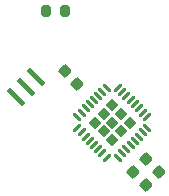
<source format=gtp>
%TF.GenerationSoftware,KiCad,Pcbnew,7.0.1*%
%TF.CreationDate,2023-04-03T23:37:45-04:00*%
%TF.ProjectId,comm_v0p4,636f6d6d-5f76-4307-9034-2e6b69636164,rev?*%
%TF.SameCoordinates,Original*%
%TF.FileFunction,Paste,Top*%
%TF.FilePolarity,Positive*%
%FSLAX46Y46*%
G04 Gerber Fmt 4.6, Leading zero omitted, Abs format (unit mm)*
G04 Created by KiCad (PCBNEW 7.0.1) date 2023-04-03 23:37:45*
%MOMM*%
%LPD*%
G01*
G04 APERTURE LIST*
G04 Aperture macros list*
%AMRoundRect*
0 Rectangle with rounded corners*
0 $1 Rounding radius*
0 $2 $3 $4 $5 $6 $7 $8 $9 X,Y pos of 4 corners*
0 Add a 4 corners polygon primitive as box body*
4,1,4,$2,$3,$4,$5,$6,$7,$8,$9,$2,$3,0*
0 Add four circle primitives for the rounded corners*
1,1,$1+$1,$2,$3*
1,1,$1+$1,$4,$5*
1,1,$1+$1,$6,$7*
1,1,$1+$1,$8,$9*
0 Add four rect primitives between the rounded corners*
20,1,$1+$1,$2,$3,$4,$5,0*
20,1,$1+$1,$4,$5,$6,$7,0*
20,1,$1+$1,$6,$7,$8,$9,0*
20,1,$1+$1,$8,$9,$2,$3,0*%
%AMRotRect*
0 Rectangle, with rotation*
0 The origin of the aperture is its center*
0 $1 length*
0 $2 width*
0 $3 Rotation angle, in degrees counterclockwise*
0 Add horizontal line*
21,1,$1,$2,0,0,$3*%
G04 Aperture macros list end*
%ADD10RoundRect,0.200000X0.200000X0.275000X-0.200000X0.275000X-0.200000X-0.275000X0.200000X-0.275000X0*%
%ADD11RoundRect,0.225000X-0.335876X-0.017678X-0.017678X-0.335876X0.335876X0.017678X0.017678X0.335876X0*%
%ADD12RotRect,0.400000X1.900000X225.000000*%
%ADD13RoundRect,0.225000X0.335876X0.017678X0.017678X0.335876X-0.335876X-0.017678X-0.017678X-0.335876X0*%
%ADD14RoundRect,0.207500X-0.293449X0.000000X0.000000X-0.293449X0.293449X0.000000X0.000000X0.293449X0*%
%ADD15RoundRect,0.062500X-0.309359X0.220971X0.220971X-0.309359X0.309359X-0.220971X-0.220971X0.309359X0*%
%ADD16RoundRect,0.062500X-0.309359X-0.220971X-0.220971X-0.309359X0.309359X0.220971X0.220971X0.309359X0*%
G04 APERTURE END LIST*
D10*
%TO.C,R5*%
X63675000Y-62000000D03*
X65325000Y-62000000D03*
%TD*%
D11*
%TO.C,C3*%
X73248008Y-75648008D03*
X72151992Y-74551992D03*
%TD*%
D12*
%TO.C,Y1*%
X61102944Y-69347056D03*
X61951472Y-68498528D03*
X62800000Y-67650000D03*
%TD*%
D13*
%TO.C,C1*%
X65251992Y-67101992D03*
X66348008Y-68198008D03*
%TD*%
D11*
%TO.C,C2*%
X71051992Y-75651992D03*
X72148008Y-76748008D03*
%TD*%
D14*
%TO.C,U1*%
X69300000Y-70030860D03*
X68571680Y-70759180D03*
X67843360Y-71487500D03*
X70028320Y-70759180D03*
X69300000Y-71487500D03*
X68571680Y-72215820D03*
X70756640Y-71487500D03*
X70028320Y-72215820D03*
X69300000Y-72944140D03*
D15*
X68813864Y-68526490D03*
X68460311Y-68880044D03*
X68106757Y-69233597D03*
X67753204Y-69587151D03*
X67399651Y-69940704D03*
X67046097Y-70294257D03*
X66692544Y-70647811D03*
X66338990Y-71001364D03*
D16*
X66338990Y-71973636D03*
X66692544Y-72327189D03*
X67046097Y-72680743D03*
X67399651Y-73034296D03*
X67753204Y-73387849D03*
X68106757Y-73741403D03*
X68460311Y-74094956D03*
X68813864Y-74448510D03*
D15*
X69786136Y-74448510D03*
X70139689Y-74094956D03*
X70493243Y-73741403D03*
X70846796Y-73387849D03*
X71200349Y-73034296D03*
X71553903Y-72680743D03*
X71907456Y-72327189D03*
X72261010Y-71973636D03*
D16*
X72261010Y-71001364D03*
X71907456Y-70647811D03*
X71553903Y-70294257D03*
X71200349Y-69940704D03*
X70846796Y-69587151D03*
X70493243Y-69233597D03*
X70139689Y-68880044D03*
X69786136Y-68526490D03*
%TD*%
M02*

</source>
